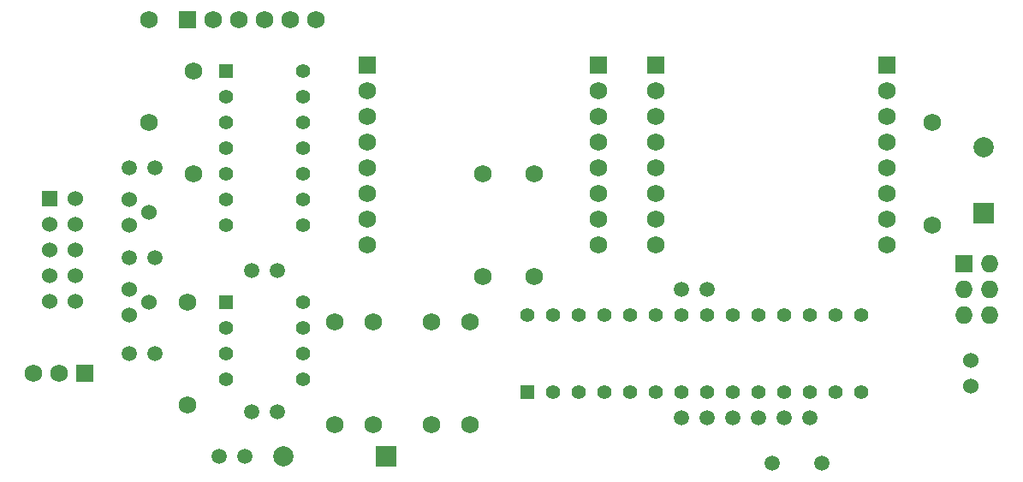
<source format=gbs>
%FSLAX36Y36*%
G04 Gerber Fmt 3.6, Leading zero omitted, Abs format (unit inch)*
G04 Created by KiCad (PCBNEW (2014-jul-16 BZR unknown)-product) date Sun 08 Feb 2015 09:31:18 PM PST*
%MOIN*%
G01*
G04 APERTURE LIST*
%ADD10C,0.003937*%
%ADD11C,0.059100*%
%ADD12C,0.078700*%
%ADD13R,0.078700X0.078700*%
%ADD14C,0.060000*%
%ADD15R,0.068000X0.068000*%
%ADD16C,0.068000*%
%ADD17R,0.060000X0.060000*%
%ADD18O,0.068000X0.068000*%
%ADD19R,0.055000X0.055000*%
%ADD20C,0.055000*%
G04 APERTURE END LIST*
D10*
D11*
X6575000Y-5575000D03*
X6675000Y-5575000D03*
X6675000Y-5075000D03*
X6575000Y-5075000D03*
X4900000Y-5000000D03*
X5000000Y-5000000D03*
X4900000Y-5550000D03*
X5000000Y-5550000D03*
X4425000Y-4600000D03*
X4525000Y-4600000D03*
X4425000Y-4950000D03*
X4525000Y-4950000D03*
X4775000Y-5725000D03*
X4875000Y-5725000D03*
X4425000Y-5325000D03*
X4525000Y-5325000D03*
X6875000Y-5575000D03*
X6775000Y-5575000D03*
X6975000Y-5575000D03*
X7075000Y-5575000D03*
D12*
X5025000Y-5725000D03*
D13*
X5425000Y-5725000D03*
D14*
X7700000Y-5350000D03*
X7700000Y-5450000D03*
D15*
X4250000Y-5400000D03*
D16*
X4150000Y-5400000D03*
X4050000Y-5400000D03*
D17*
X4113780Y-4721260D03*
D14*
X4213780Y-4721260D03*
X4113780Y-4821260D03*
X4213780Y-4821260D03*
X4113780Y-4921260D03*
X4213780Y-4921260D03*
X4113780Y-5021260D03*
X4213780Y-5021260D03*
X4113780Y-5121260D03*
X4213780Y-5121260D03*
D15*
X4650000Y-4025000D03*
D16*
X4750000Y-4025000D03*
X4850000Y-4025000D03*
X4950000Y-4025000D03*
X5050000Y-4025000D03*
X5150000Y-4025000D03*
D15*
X5350000Y-4200000D03*
X6250000Y-4200000D03*
D16*
X5350000Y-4300000D03*
X5350000Y-4400000D03*
X5350000Y-4500000D03*
X5350000Y-4600000D03*
X5350000Y-4700000D03*
X5350000Y-4800000D03*
X5350000Y-4900000D03*
X6250000Y-4300000D03*
X6250000Y-4400000D03*
X6250000Y-4500000D03*
X6250000Y-4600000D03*
X6250000Y-4700000D03*
X6250000Y-4800000D03*
X6250000Y-4900000D03*
D15*
X6475000Y-4200000D03*
X7375000Y-4200000D03*
D16*
X6475000Y-4300000D03*
X6475000Y-4400000D03*
X6475000Y-4500000D03*
X6475000Y-4600000D03*
X6475000Y-4700000D03*
X6475000Y-4800000D03*
X6475000Y-4900000D03*
X7375000Y-4300000D03*
X7375000Y-4400000D03*
X7375000Y-4500000D03*
X7375000Y-4600000D03*
X7375000Y-4700000D03*
X7375000Y-4800000D03*
X7375000Y-4900000D03*
D15*
X7675000Y-4975000D03*
D18*
X7775000Y-4975000D03*
X7675000Y-5075000D03*
X7775000Y-5075000D03*
X7675000Y-5175000D03*
X7775000Y-5175000D03*
D16*
X4500000Y-4025000D03*
X4500000Y-4425000D03*
X4675000Y-4625000D03*
X4675000Y-4225000D03*
X4650000Y-5125000D03*
X4650000Y-5525000D03*
X5600000Y-5600000D03*
X5600000Y-5200000D03*
X6000000Y-5025000D03*
X6000000Y-4625000D03*
X5225000Y-5600000D03*
X5225000Y-5200000D03*
X5375000Y-5600000D03*
X5375000Y-5200000D03*
X5750000Y-5600000D03*
X5750000Y-5200000D03*
X7550000Y-4825000D03*
X7550000Y-4425000D03*
X5800000Y-5025000D03*
X5800000Y-4625000D03*
D13*
X7750000Y-4778000D03*
D12*
X7750000Y-4522000D03*
D19*
X4800000Y-4225000D03*
D20*
X4800000Y-4325000D03*
X4800000Y-4425000D03*
X4800000Y-4525000D03*
X4800000Y-4625000D03*
X4800000Y-4725000D03*
X4800000Y-4825000D03*
X5100000Y-4825000D03*
X5100000Y-4725000D03*
X5100000Y-4625000D03*
X5100000Y-4525000D03*
X5100000Y-4425000D03*
X5100000Y-4325000D03*
X5100000Y-4225000D03*
D14*
X4425000Y-4725000D03*
X4500000Y-4775000D03*
X4425000Y-4825000D03*
D19*
X4800000Y-5125000D03*
D20*
X4800000Y-5225000D03*
X4800000Y-5325000D03*
X4800000Y-5425000D03*
X5100000Y-5425000D03*
X5100000Y-5325000D03*
X5100000Y-5225000D03*
X5100000Y-5125000D03*
D14*
X4425000Y-5075000D03*
X4500000Y-5125000D03*
X4425000Y-5175000D03*
D20*
X6075000Y-5475000D03*
X6175000Y-5475000D03*
X6275000Y-5475000D03*
X6375000Y-5475000D03*
X6475000Y-5475000D03*
X6575000Y-5475000D03*
X6675000Y-5475000D03*
X6775000Y-5475000D03*
X6875000Y-5475000D03*
X6975000Y-5475000D03*
X7075000Y-5475000D03*
X7175000Y-5475000D03*
X7275000Y-5475000D03*
D19*
X5975000Y-5475000D03*
D20*
X7275000Y-5175000D03*
X7175000Y-5175000D03*
X7075000Y-5175000D03*
X6975000Y-5175000D03*
X6875000Y-5175000D03*
X6775000Y-5175000D03*
X6675000Y-5175000D03*
X6575000Y-5175000D03*
X6475000Y-5175000D03*
X6375000Y-5175000D03*
X6275000Y-5175000D03*
X6175000Y-5175000D03*
X6075000Y-5175000D03*
X5975000Y-5175000D03*
D11*
X6928900Y-5750000D03*
X7121100Y-5750000D03*
M02*

</source>
